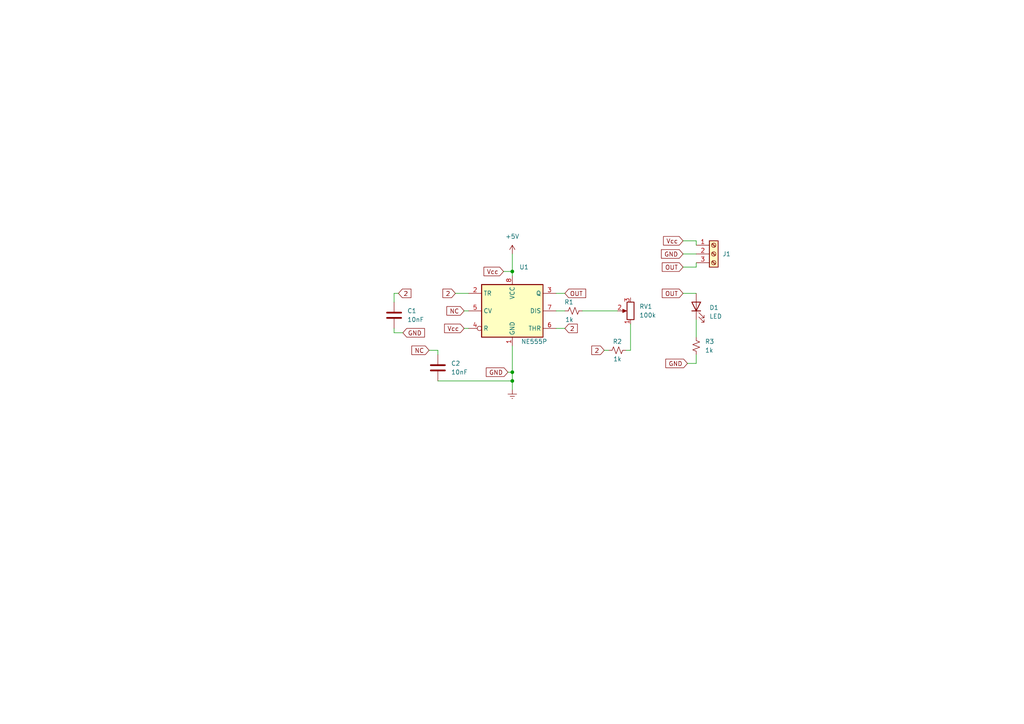
<source format=kicad_sch>
(kicad_sch (version 20211123) (generator eeschema)

  (uuid 931878ce-cd0b-4b80-b048-316a912591c1)

  (paper "A4")

  (lib_symbols
    (symbol "Connector:Screw_Terminal_01x03" (pin_names (offset 1.016) hide) (in_bom yes) (on_board yes)
      (property "Reference" "J" (id 0) (at 0 5.08 0)
        (effects (font (size 1.27 1.27)))
      )
      (property "Value" "Screw_Terminal_01x03" (id 1) (at 0 -5.08 0)
        (effects (font (size 1.27 1.27)))
      )
      (property "Footprint" "" (id 2) (at 0 0 0)
        (effects (font (size 1.27 1.27)) hide)
      )
      (property "Datasheet" "~" (id 3) (at 0 0 0)
        (effects (font (size 1.27 1.27)) hide)
      )
      (property "ki_keywords" "screw terminal" (id 4) (at 0 0 0)
        (effects (font (size 1.27 1.27)) hide)
      )
      (property "ki_description" "Generic screw terminal, single row, 01x03, script generated (kicad-library-utils/schlib/autogen/connector/)" (id 5) (at 0 0 0)
        (effects (font (size 1.27 1.27)) hide)
      )
      (property "ki_fp_filters" "TerminalBlock*:*" (id 6) (at 0 0 0)
        (effects (font (size 1.27 1.27)) hide)
      )
      (symbol "Screw_Terminal_01x03_1_1"
        (rectangle (start -1.27 3.81) (end 1.27 -3.81)
          (stroke (width 0.254) (type default) (color 0 0 0 0))
          (fill (type background))
        )
        (circle (center 0 -2.54) (radius 0.635)
          (stroke (width 0.1524) (type default) (color 0 0 0 0))
          (fill (type none))
        )
        (polyline
          (pts
            (xy -0.5334 -2.2098)
            (xy 0.3302 -3.048)
          )
          (stroke (width 0.1524) (type default) (color 0 0 0 0))
          (fill (type none))
        )
        (polyline
          (pts
            (xy -0.5334 0.3302)
            (xy 0.3302 -0.508)
          )
          (stroke (width 0.1524) (type default) (color 0 0 0 0))
          (fill (type none))
        )
        (polyline
          (pts
            (xy -0.5334 2.8702)
            (xy 0.3302 2.032)
          )
          (stroke (width 0.1524) (type default) (color 0 0 0 0))
          (fill (type none))
        )
        (polyline
          (pts
            (xy -0.3556 -2.032)
            (xy 0.508 -2.8702)
          )
          (stroke (width 0.1524) (type default) (color 0 0 0 0))
          (fill (type none))
        )
        (polyline
          (pts
            (xy -0.3556 0.508)
            (xy 0.508 -0.3302)
          )
          (stroke (width 0.1524) (type default) (color 0 0 0 0))
          (fill (type none))
        )
        (polyline
          (pts
            (xy -0.3556 3.048)
            (xy 0.508 2.2098)
          )
          (stroke (width 0.1524) (type default) (color 0 0 0 0))
          (fill (type none))
        )
        (circle (center 0 0) (radius 0.635)
          (stroke (width 0.1524) (type default) (color 0 0 0 0))
          (fill (type none))
        )
        (circle (center 0 2.54) (radius 0.635)
          (stroke (width 0.1524) (type default) (color 0 0 0 0))
          (fill (type none))
        )
        (pin passive line (at -5.08 2.54 0) (length 3.81)
          (name "Pin_1" (effects (font (size 1.27 1.27))))
          (number "1" (effects (font (size 1.27 1.27))))
        )
        (pin passive line (at -5.08 0 0) (length 3.81)
          (name "Pin_2" (effects (font (size 1.27 1.27))))
          (number "2" (effects (font (size 1.27 1.27))))
        )
        (pin passive line (at -5.08 -2.54 0) (length 3.81)
          (name "Pin_3" (effects (font (size 1.27 1.27))))
          (number "3" (effects (font (size 1.27 1.27))))
        )
      )
    )
    (symbol "Device:C" (pin_numbers hide) (pin_names (offset 0.254)) (in_bom yes) (on_board yes)
      (property "Reference" "C" (id 0) (at 0.635 2.54 0)
        (effects (font (size 1.27 1.27)) (justify left))
      )
      (property "Value" "C" (id 1) (at 0.635 -2.54 0)
        (effects (font (size 1.27 1.27)) (justify left))
      )
      (property "Footprint" "" (id 2) (at 0.9652 -3.81 0)
        (effects (font (size 1.27 1.27)) hide)
      )
      (property "Datasheet" "~" (id 3) (at 0 0 0)
        (effects (font (size 1.27 1.27)) hide)
      )
      (property "ki_keywords" "cap capacitor" (id 4) (at 0 0 0)
        (effects (font (size 1.27 1.27)) hide)
      )
      (property "ki_description" "Unpolarized capacitor" (id 5) (at 0 0 0)
        (effects (font (size 1.27 1.27)) hide)
      )
      (property "ki_fp_filters" "C_*" (id 6) (at 0 0 0)
        (effects (font (size 1.27 1.27)) hide)
      )
      (symbol "C_0_1"
        (polyline
          (pts
            (xy -2.032 -0.762)
            (xy 2.032 -0.762)
          )
          (stroke (width 0.508) (type default) (color 0 0 0 0))
          (fill (type none))
        )
        (polyline
          (pts
            (xy -2.032 0.762)
            (xy 2.032 0.762)
          )
          (stroke (width 0.508) (type default) (color 0 0 0 0))
          (fill (type none))
        )
      )
      (symbol "C_1_1"
        (pin passive line (at 0 3.81 270) (length 2.794)
          (name "~" (effects (font (size 1.27 1.27))))
          (number "1" (effects (font (size 1.27 1.27))))
        )
        (pin passive line (at 0 -3.81 90) (length 2.794)
          (name "~" (effects (font (size 1.27 1.27))))
          (number "2" (effects (font (size 1.27 1.27))))
        )
      )
    )
    (symbol "Device:LED" (pin_numbers hide) (pin_names (offset 1.016) hide) (in_bom yes) (on_board yes)
      (property "Reference" "D" (id 0) (at 0 2.54 0)
        (effects (font (size 1.27 1.27)))
      )
      (property "Value" "LED" (id 1) (at 0 -2.54 0)
        (effects (font (size 1.27 1.27)))
      )
      (property "Footprint" "" (id 2) (at 0 0 0)
        (effects (font (size 1.27 1.27)) hide)
      )
      (property "Datasheet" "~" (id 3) (at 0 0 0)
        (effects (font (size 1.27 1.27)) hide)
      )
      (property "ki_keywords" "LED diode" (id 4) (at 0 0 0)
        (effects (font (size 1.27 1.27)) hide)
      )
      (property "ki_description" "Light emitting diode" (id 5) (at 0 0 0)
        (effects (font (size 1.27 1.27)) hide)
      )
      (property "ki_fp_filters" "LED* LED_SMD:* LED_THT:*" (id 6) (at 0 0 0)
        (effects (font (size 1.27 1.27)) hide)
      )
      (symbol "LED_0_1"
        (polyline
          (pts
            (xy -1.27 -1.27)
            (xy -1.27 1.27)
          )
          (stroke (width 0.254) (type default) (color 0 0 0 0))
          (fill (type none))
        )
        (polyline
          (pts
            (xy -1.27 0)
            (xy 1.27 0)
          )
          (stroke (width 0) (type default) (color 0 0 0 0))
          (fill (type none))
        )
        (polyline
          (pts
            (xy 1.27 -1.27)
            (xy 1.27 1.27)
            (xy -1.27 0)
            (xy 1.27 -1.27)
          )
          (stroke (width 0.254) (type default) (color 0 0 0 0))
          (fill (type none))
        )
        (polyline
          (pts
            (xy -3.048 -0.762)
            (xy -4.572 -2.286)
            (xy -3.81 -2.286)
            (xy -4.572 -2.286)
            (xy -4.572 -1.524)
          )
          (stroke (width 0) (type default) (color 0 0 0 0))
          (fill (type none))
        )
        (polyline
          (pts
            (xy -1.778 -0.762)
            (xy -3.302 -2.286)
            (xy -2.54 -2.286)
            (xy -3.302 -2.286)
            (xy -3.302 -1.524)
          )
          (stroke (width 0) (type default) (color 0 0 0 0))
          (fill (type none))
        )
      )
      (symbol "LED_1_1"
        (pin passive line (at -3.81 0 0) (length 2.54)
          (name "K" (effects (font (size 1.27 1.27))))
          (number "1" (effects (font (size 1.27 1.27))))
        )
        (pin passive line (at 3.81 0 180) (length 2.54)
          (name "A" (effects (font (size 1.27 1.27))))
          (number "2" (effects (font (size 1.27 1.27))))
        )
      )
    )
    (symbol "Device:R_Potentiometer" (pin_names (offset 1.016) hide) (in_bom yes) (on_board yes)
      (property "Reference" "RV" (id 0) (at -4.445 0 90)
        (effects (font (size 1.27 1.27)))
      )
      (property "Value" "R_Potentiometer" (id 1) (at -2.54 0 90)
        (effects (font (size 1.27 1.27)))
      )
      (property "Footprint" "" (id 2) (at 0 0 0)
        (effects (font (size 1.27 1.27)) hide)
      )
      (property "Datasheet" "~" (id 3) (at 0 0 0)
        (effects (font (size 1.27 1.27)) hide)
      )
      (property "ki_keywords" "resistor variable" (id 4) (at 0 0 0)
        (effects (font (size 1.27 1.27)) hide)
      )
      (property "ki_description" "Potentiometer" (id 5) (at 0 0 0)
        (effects (font (size 1.27 1.27)) hide)
      )
      (property "ki_fp_filters" "Potentiometer*" (id 6) (at 0 0 0)
        (effects (font (size 1.27 1.27)) hide)
      )
      (symbol "R_Potentiometer_0_1"
        (polyline
          (pts
            (xy 2.54 0)
            (xy 1.524 0)
          )
          (stroke (width 0) (type default) (color 0 0 0 0))
          (fill (type none))
        )
        (polyline
          (pts
            (xy 1.143 0)
            (xy 2.286 0.508)
            (xy 2.286 -0.508)
            (xy 1.143 0)
          )
          (stroke (width 0) (type default) (color 0 0 0 0))
          (fill (type outline))
        )
        (rectangle (start 1.016 2.54) (end -1.016 -2.54)
          (stroke (width 0.254) (type default) (color 0 0 0 0))
          (fill (type none))
        )
      )
      (symbol "R_Potentiometer_1_1"
        (pin passive line (at 0 3.81 270) (length 1.27)
          (name "1" (effects (font (size 1.27 1.27))))
          (number "1" (effects (font (size 1.27 1.27))))
        )
        (pin passive line (at 3.81 0 180) (length 1.27)
          (name "2" (effects (font (size 1.27 1.27))))
          (number "2" (effects (font (size 1.27 1.27))))
        )
        (pin passive line (at 0 -3.81 90) (length 1.27)
          (name "3" (effects (font (size 1.27 1.27))))
          (number "3" (effects (font (size 1.27 1.27))))
        )
      )
    )
    (symbol "Device:R_Small_US" (pin_numbers hide) (pin_names (offset 0.254) hide) (in_bom yes) (on_board yes)
      (property "Reference" "R" (id 0) (at 0.762 0.508 0)
        (effects (font (size 1.27 1.27)) (justify left))
      )
      (property "Value" "R_Small_US" (id 1) (at 0.762 -1.016 0)
        (effects (font (size 1.27 1.27)) (justify left))
      )
      (property "Footprint" "" (id 2) (at 0 0 0)
        (effects (font (size 1.27 1.27)) hide)
      )
      (property "Datasheet" "~" (id 3) (at 0 0 0)
        (effects (font (size 1.27 1.27)) hide)
      )
      (property "ki_keywords" "r resistor" (id 4) (at 0 0 0)
        (effects (font (size 1.27 1.27)) hide)
      )
      (property "ki_description" "Resistor, small US symbol" (id 5) (at 0 0 0)
        (effects (font (size 1.27 1.27)) hide)
      )
      (property "ki_fp_filters" "R_*" (id 6) (at 0 0 0)
        (effects (font (size 1.27 1.27)) hide)
      )
      (symbol "R_Small_US_1_1"
        (polyline
          (pts
            (xy 0 0)
            (xy 1.016 -0.381)
            (xy 0 -0.762)
            (xy -1.016 -1.143)
            (xy 0 -1.524)
          )
          (stroke (width 0) (type default) (color 0 0 0 0))
          (fill (type none))
        )
        (polyline
          (pts
            (xy 0 1.524)
            (xy 1.016 1.143)
            (xy 0 0.762)
            (xy -1.016 0.381)
            (xy 0 0)
          )
          (stroke (width 0) (type default) (color 0 0 0 0))
          (fill (type none))
        )
        (pin passive line (at 0 2.54 270) (length 1.016)
          (name "~" (effects (font (size 1.27 1.27))))
          (number "1" (effects (font (size 1.27 1.27))))
        )
        (pin passive line (at 0 -2.54 90) (length 1.016)
          (name "~" (effects (font (size 1.27 1.27))))
          (number "2" (effects (font (size 1.27 1.27))))
        )
      )
    )
    (symbol "Timer:NE555P" (in_bom yes) (on_board yes)
      (property "Reference" "U" (id 0) (at -10.16 8.89 0)
        (effects (font (size 1.27 1.27)) (justify left))
      )
      (property "Value" "NE555P" (id 1) (at 2.54 8.89 0)
        (effects (font (size 1.27 1.27)) (justify left))
      )
      (property "Footprint" "Package_DIP:DIP-8_W7.62mm" (id 2) (at 16.51 -10.16 0)
        (effects (font (size 1.27 1.27)) hide)
      )
      (property "Datasheet" "http://www.ti.com/lit/ds/symlink/ne555.pdf" (id 3) (at 21.59 -10.16 0)
        (effects (font (size 1.27 1.27)) hide)
      )
      (property "ki_keywords" "single timer 555" (id 4) (at 0 0 0)
        (effects (font (size 1.27 1.27)) hide)
      )
      (property "ki_description" "Precision Timers, 555 compatible,  PDIP-8" (id 5) (at 0 0 0)
        (effects (font (size 1.27 1.27)) hide)
      )
      (property "ki_fp_filters" "DIP*W7.62mm*" (id 6) (at 0 0 0)
        (effects (font (size 1.27 1.27)) hide)
      )
      (symbol "NE555P_0_0"
        (pin power_in line (at 0 -10.16 90) (length 2.54)
          (name "GND" (effects (font (size 1.27 1.27))))
          (number "1" (effects (font (size 1.27 1.27))))
        )
        (pin power_in line (at 0 10.16 270) (length 2.54)
          (name "VCC" (effects (font (size 1.27 1.27))))
          (number "8" (effects (font (size 1.27 1.27))))
        )
      )
      (symbol "NE555P_0_1"
        (rectangle (start -8.89 -7.62) (end 8.89 7.62)
          (stroke (width 0.254) (type default) (color 0 0 0 0))
          (fill (type background))
        )
        (rectangle (start -8.89 -7.62) (end 8.89 7.62)
          (stroke (width 0.254) (type default) (color 0 0 0 0))
          (fill (type background))
        )
      )
      (symbol "NE555P_1_1"
        (pin input line (at -12.7 5.08 0) (length 3.81)
          (name "TR" (effects (font (size 1.27 1.27))))
          (number "2" (effects (font (size 1.27 1.27))))
        )
        (pin output line (at 12.7 5.08 180) (length 3.81)
          (name "Q" (effects (font (size 1.27 1.27))))
          (number "3" (effects (font (size 1.27 1.27))))
        )
        (pin input inverted (at -12.7 -5.08 0) (length 3.81)
          (name "R" (effects (font (size 1.27 1.27))))
          (number "4" (effects (font (size 1.27 1.27))))
        )
        (pin input line (at -12.7 0 0) (length 3.81)
          (name "CV" (effects (font (size 1.27 1.27))))
          (number "5" (effects (font (size 1.27 1.27))))
        )
        (pin input line (at 12.7 -5.08 180) (length 3.81)
          (name "THR" (effects (font (size 1.27 1.27))))
          (number "6" (effects (font (size 1.27 1.27))))
        )
        (pin input line (at 12.7 0 180) (length 3.81)
          (name "DIS" (effects (font (size 1.27 1.27))))
          (number "7" (effects (font (size 1.27 1.27))))
        )
      )
    )
    (symbol "power:+5V" (power) (pin_names (offset 0)) (in_bom yes) (on_board yes)
      (property "Reference" "#PWR" (id 0) (at 0 -3.81 0)
        (effects (font (size 1.27 1.27)) hide)
      )
      (property "Value" "+5V" (id 1) (at 0 3.556 0)
        (effects (font (size 1.27 1.27)))
      )
      (property "Footprint" "" (id 2) (at 0 0 0)
        (effects (font (size 1.27 1.27)) hide)
      )
      (property "Datasheet" "" (id 3) (at 0 0 0)
        (effects (font (size 1.27 1.27)) hide)
      )
      (property "ki_keywords" "power-flag" (id 4) (at 0 0 0)
        (effects (font (size 1.27 1.27)) hide)
      )
      (property "ki_description" "Power symbol creates a global label with name \"+5V\"" (id 5) (at 0 0 0)
        (effects (font (size 1.27 1.27)) hide)
      )
      (symbol "+5V_0_1"
        (polyline
          (pts
            (xy -0.762 1.27)
            (xy 0 2.54)
          )
          (stroke (width 0) (type default) (color 0 0 0 0))
          (fill (type none))
        )
        (polyline
          (pts
            (xy 0 0)
            (xy 0 2.54)
          )
          (stroke (width 0) (type default) (color 0 0 0 0))
          (fill (type none))
        )
        (polyline
          (pts
            (xy 0 2.54)
            (xy 0.762 1.27)
          )
          (stroke (width 0) (type default) (color 0 0 0 0))
          (fill (type none))
        )
      )
      (symbol "+5V_1_1"
        (pin power_in line (at 0 0 90) (length 0) hide
          (name "+5V" (effects (font (size 1.27 1.27))))
          (number "1" (effects (font (size 1.27 1.27))))
        )
      )
    )
    (symbol "power:Earth" (power) (pin_names (offset 0)) (in_bom yes) (on_board yes)
      (property "Reference" "#PWR" (id 0) (at 0 -6.35 0)
        (effects (font (size 1.27 1.27)) hide)
      )
      (property "Value" "Earth" (id 1) (at 0 -3.81 0)
        (effects (font (size 1.27 1.27)) hide)
      )
      (property "Footprint" "" (id 2) (at 0 0 0)
        (effects (font (size 1.27 1.27)) hide)
      )
      (property "Datasheet" "~" (id 3) (at 0 0 0)
        (effects (font (size 1.27 1.27)) hide)
      )
      (property "ki_keywords" "power-flag ground gnd" (id 4) (at 0 0 0)
        (effects (font (size 1.27 1.27)) hide)
      )
      (property "ki_description" "Power symbol creates a global label with name \"Earth\"" (id 5) (at 0 0 0)
        (effects (font (size 1.27 1.27)) hide)
      )
      (symbol "Earth_0_1"
        (polyline
          (pts
            (xy -0.635 -1.905)
            (xy 0.635 -1.905)
          )
          (stroke (width 0) (type default) (color 0 0 0 0))
          (fill (type none))
        )
        (polyline
          (pts
            (xy -0.127 -2.54)
            (xy 0.127 -2.54)
          )
          (stroke (width 0) (type default) (color 0 0 0 0))
          (fill (type none))
        )
        (polyline
          (pts
            (xy 0 -1.27)
            (xy 0 0)
          )
          (stroke (width 0) (type default) (color 0 0 0 0))
          (fill (type none))
        )
        (polyline
          (pts
            (xy 1.27 -1.27)
            (xy -1.27 -1.27)
          )
          (stroke (width 0) (type default) (color 0 0 0 0))
          (fill (type none))
        )
      )
      (symbol "Earth_1_1"
        (pin power_in line (at 0 0 270) (length 0) hide
          (name "Earth" (effects (font (size 1.27 1.27))))
          (number "1" (effects (font (size 1.27 1.27))))
        )
      )
    )
  )


  (junction (at 148.59 78.74) (diameter 0) (color 0 0 0 0)
    (uuid 44118ebb-f08a-48b1-b918-18d470c487b0)
  )
  (junction (at 148.59 107.95) (diameter 0) (color 0 0 0 0)
    (uuid 4534a86b-e35c-4ccd-859c-7f16933c2f27)
  )
  (junction (at 148.59 110.49) (diameter 0) (color 0 0 0 0)
    (uuid ef16f2a7-aa53-4ba5-95cb-276212da591b)
  )

  (wire (pts (xy 148.59 107.95) (xy 148.59 110.49))
    (stroke (width 0) (type default) (color 0 0 0 0))
    (uuid 088cd097-ad3b-45d5-a8f9-7e6c5b4662d2)
  )
  (wire (pts (xy 124.46 101.6) (xy 127 101.6))
    (stroke (width 0) (type default) (color 0 0 0 0))
    (uuid 1d1e7766-971c-4019-b21e-6e3848db7923)
  )
  (wire (pts (xy 198.12 77.47) (xy 201.93 77.47))
    (stroke (width 0) (type default) (color 0 0 0 0))
    (uuid 1f3e6ca0-dc95-4898-b042-6d0b4fac6975)
  )
  (wire (pts (xy 198.12 73.66) (xy 201.93 73.66))
    (stroke (width 0) (type default) (color 0 0 0 0))
    (uuid 25964c4d-7e69-495a-8e52-3ef4b510e84a)
  )
  (wire (pts (xy 132.08 85.09) (xy 135.89 85.09))
    (stroke (width 0) (type default) (color 0 0 0 0))
    (uuid 36add74e-67fe-499b-b0d5-809381af62a8)
  )
  (wire (pts (xy 175.26 101.6) (xy 176.53 101.6))
    (stroke (width 0) (type default) (color 0 0 0 0))
    (uuid 36d68f58-1ae3-4d3a-9fbb-014223a7599c)
  )
  (wire (pts (xy 115.57 85.09) (xy 114.3 85.09))
    (stroke (width 0) (type default) (color 0 0 0 0))
    (uuid 4a575842-5a67-4317-b432-18760c6d3c97)
  )
  (wire (pts (xy 114.3 96.52) (xy 114.3 95.25))
    (stroke (width 0) (type default) (color 0 0 0 0))
    (uuid 4b174dd1-9ac6-4f7e-ac71-08b27b10952a)
  )
  (wire (pts (xy 114.3 85.09) (xy 114.3 87.63))
    (stroke (width 0) (type default) (color 0 0 0 0))
    (uuid 4b8ab364-5f73-4575-af97-f73dffb1453f)
  )
  (wire (pts (xy 198.12 85.09) (xy 201.93 85.09))
    (stroke (width 0) (type default) (color 0 0 0 0))
    (uuid 4d3096ff-5533-478d-92b7-abf1105d2a0f)
  )
  (wire (pts (xy 201.93 92.71) (xy 201.93 97.79))
    (stroke (width 0) (type default) (color 0 0 0 0))
    (uuid 52e07db7-3164-4c44-9b56-a262449ccbbc)
  )
  (wire (pts (xy 148.59 110.49) (xy 148.59 113.03))
    (stroke (width 0) (type default) (color 0 0 0 0))
    (uuid 5cfab511-db83-4543-859c-ee738ab4ad7a)
  )
  (wire (pts (xy 168.91 90.17) (xy 179.07 90.17))
    (stroke (width 0) (type default) (color 0 0 0 0))
    (uuid 66b07aa9-4165-4612-8dda-3e95ccc95dad)
  )
  (wire (pts (xy 134.62 90.17) (xy 135.89 90.17))
    (stroke (width 0) (type default) (color 0 0 0 0))
    (uuid 6aa24ad5-ccbf-4844-936f-d51dd248985c)
  )
  (wire (pts (xy 147.32 107.95) (xy 148.59 107.95))
    (stroke (width 0) (type default) (color 0 0 0 0))
    (uuid 73e0bc19-1ab9-44b5-addd-023068d6303e)
  )
  (wire (pts (xy 127 101.6) (xy 127 102.87))
    (stroke (width 0) (type default) (color 0 0 0 0))
    (uuid 7fd906d2-eb7a-429b-aba1-a87845698e35)
  )
  (wire (pts (xy 127 110.49) (xy 148.59 110.49))
    (stroke (width 0) (type default) (color 0 0 0 0))
    (uuid 86256c67-c0e7-44eb-ae85-38614d4f184b)
  )
  (wire (pts (xy 182.88 93.98) (xy 182.88 101.6))
    (stroke (width 0) (type default) (color 0 0 0 0))
    (uuid 8c3d4221-8439-4efe-a202-88f76f718dbc)
  )
  (wire (pts (xy 161.29 85.09) (xy 163.83 85.09))
    (stroke (width 0) (type default) (color 0 0 0 0))
    (uuid 94dc635a-f0e2-4ea4-873a-6a7ac386db18)
  )
  (wire (pts (xy 201.93 77.47) (xy 201.93 76.2))
    (stroke (width 0) (type default) (color 0 0 0 0))
    (uuid 9634c4d2-99b0-4203-bb64-4c1cbc5fde7a)
  )
  (wire (pts (xy 198.12 69.85) (xy 201.93 69.85))
    (stroke (width 0) (type default) (color 0 0 0 0))
    (uuid 980a556d-990c-488f-bc81-6c339904957a)
  )
  (wire (pts (xy 148.59 100.33) (xy 148.59 107.95))
    (stroke (width 0) (type default) (color 0 0 0 0))
    (uuid a5ee05e0-8c3e-41e9-9983-642b4e422f79)
  )
  (wire (pts (xy 148.59 78.74) (xy 148.59 80.01))
    (stroke (width 0) (type default) (color 0 0 0 0))
    (uuid b440489a-26e0-4df4-bd9e-bc87061f6a1c)
  )
  (wire (pts (xy 134.62 95.25) (xy 135.89 95.25))
    (stroke (width 0) (type default) (color 0 0 0 0))
    (uuid be7f7863-d18c-4a74-a9eb-c9a702b0fdd0)
  )
  (wire (pts (xy 201.93 105.41) (xy 201.93 102.87))
    (stroke (width 0) (type default) (color 0 0 0 0))
    (uuid bf1a00c8-d19e-4bf8-9642-105c5814a1dc)
  )
  (wire (pts (xy 116.84 96.52) (xy 114.3 96.52))
    (stroke (width 0) (type default) (color 0 0 0 0))
    (uuid c4d5f9ee-4cbe-4642-ba0c-09b742de9b01)
  )
  (wire (pts (xy 182.88 101.6) (xy 181.61 101.6))
    (stroke (width 0) (type default) (color 0 0 0 0))
    (uuid cef6d43e-d911-4ae7-b631-8bed69f50b89)
  )
  (wire (pts (xy 199.39 105.41) (xy 201.93 105.41))
    (stroke (width 0) (type default) (color 0 0 0 0))
    (uuid dc87c389-9349-4b08-b98e-fc05096fb6b1)
  )
  (wire (pts (xy 163.83 90.17) (xy 161.29 90.17))
    (stroke (width 0) (type default) (color 0 0 0 0))
    (uuid dc93acf6-c165-4e25-89f9-40bea2298a0d)
  )
  (wire (pts (xy 201.93 69.85) (xy 201.93 71.12))
    (stroke (width 0) (type default) (color 0 0 0 0))
    (uuid dd5da874-afab-494b-8fde-a4d17f5f89e2)
  )
  (wire (pts (xy 148.59 73.66) (xy 148.59 78.74))
    (stroke (width 0) (type default) (color 0 0 0 0))
    (uuid e03499ea-17fb-47f0-bce2-c35118580c7a)
  )
  (wire (pts (xy 161.29 95.25) (xy 163.83 95.25))
    (stroke (width 0) (type default) (color 0 0 0 0))
    (uuid e2580359-1dd7-42d9-b007-12d2a7ba2560)
  )
  (wire (pts (xy 146.05 78.74) (xy 148.59 78.74))
    (stroke (width 0) (type default) (color 0 0 0 0))
    (uuid ea188839-fec4-4f57-a392-4affae2a78ed)
  )

  (global_label "GND" (shape input) (at 116.84 96.52 0) (fields_autoplaced)
    (effects (font (size 1.27 1.27)) (justify left))
    (uuid 090f506a-786b-47dc-939f-d85e7e9cdad9)
    (property "Intersheet References" "${INTERSHEET_REFS}" (id 0) (at 123.1236 96.4406 0)
      (effects (font (size 1.27 1.27)) (justify left) hide)
    )
  )
  (global_label "NC" (shape input) (at 134.62 90.17 180) (fields_autoplaced)
    (effects (font (size 1.27 1.27)) (justify right))
    (uuid 149b29b4-f35e-4284-8d66-a4ae1091ee68)
    (property "Intersheet References" "${INTERSHEET_REFS}" (id 0) (at 129.6064 90.0906 0)
      (effects (font (size 1.27 1.27)) (justify right) hide)
    )
  )
  (global_label "2" (shape input) (at 115.57 85.09 0) (fields_autoplaced)
    (effects (font (size 1.27 1.27)) (justify left))
    (uuid 2439e0bb-b986-41c5-91d6-7bb264123914)
    (property "Intersheet References" "${INTERSHEET_REFS}" (id 0) (at 119.1926 85.0106 0)
      (effects (font (size 1.27 1.27)) (justify left) hide)
    )
  )
  (global_label "2" (shape input) (at 175.26 101.6 180) (fields_autoplaced)
    (effects (font (size 1.27 1.27)) (justify right))
    (uuid 2bbb0eed-19e7-4efb-b69b-5f04949df624)
    (property "Intersheet References" "${INTERSHEET_REFS}" (id 0) (at 171.6374 101.6794 0)
      (effects (font (size 1.27 1.27)) (justify right) hide)
    )
  )
  (global_label "GND" (shape input) (at 198.12 73.66 180) (fields_autoplaced)
    (effects (font (size 1.27 1.27)) (justify right))
    (uuid 2d27e4a6-3cac-49e9-838e-51ceece35ba0)
    (property "Intersheet References" "${INTERSHEET_REFS}" (id 0) (at 191.8364 73.7394 0)
      (effects (font (size 1.27 1.27)) (justify right) hide)
    )
  )
  (global_label "GND" (shape input) (at 147.32 107.95 180) (fields_autoplaced)
    (effects (font (size 1.27 1.27)) (justify right))
    (uuid 33d28f3c-5748-4b60-a066-faaf30c9a891)
    (property "Intersheet References" "${INTERSHEET_REFS}" (id 0) (at 141.0364 108.0294 0)
      (effects (font (size 1.27 1.27)) (justify right) hide)
    )
  )
  (global_label "2" (shape input) (at 163.83 95.25 0) (fields_autoplaced)
    (effects (font (size 1.27 1.27)) (justify left))
    (uuid 5746d1a0-a748-45ac-bd54-e1272e686a93)
    (property "Intersheet References" "${INTERSHEET_REFS}" (id 0) (at 167.4526 95.1706 0)
      (effects (font (size 1.27 1.27)) (justify left) hide)
    )
  )
  (global_label "Vcc" (shape input) (at 198.12 69.85 180) (fields_autoplaced)
    (effects (font (size 1.27 1.27)) (justify right))
    (uuid 5f02ab46-f0be-4b8c-b5a4-cd8433397552)
    (property "Intersheet References" "${INTERSHEET_REFS}" (id 0) (at 192.4412 69.7706 0)
      (effects (font (size 1.27 1.27)) (justify right) hide)
    )
  )
  (global_label "GND" (shape input) (at 199.39 105.41 180) (fields_autoplaced)
    (effects (font (size 1.27 1.27)) (justify right))
    (uuid 8291c07b-1ae7-48e4-bd95-82f70ffe35b6)
    (property "Intersheet References" "${INTERSHEET_REFS}" (id 0) (at 193.1064 105.4894 0)
      (effects (font (size 1.27 1.27)) (justify right) hide)
    )
  )
  (global_label "OUT" (shape input) (at 198.12 77.47 180) (fields_autoplaced)
    (effects (font (size 1.27 1.27)) (justify right))
    (uuid a5f0c455-f896-46ea-80f4-3c23e59dc302)
    (property "Intersheet References" "${INTERSHEET_REFS}" (id 0) (at 192.0783 77.5494 0)
      (effects (font (size 1.27 1.27)) (justify right) hide)
    )
  )
  (global_label "OUT" (shape input) (at 163.83 85.09 0) (fields_autoplaced)
    (effects (font (size 1.27 1.27)) (justify left))
    (uuid bc4eb112-70ef-4a34-9efd-87c1aa13513c)
    (property "Intersheet References" "${INTERSHEET_REFS}" (id 0) (at 169.8717 85.0106 0)
      (effects (font (size 1.27 1.27)) (justify left) hide)
    )
  )
  (global_label "Vcc" (shape input) (at 146.05 78.74 180) (fields_autoplaced)
    (effects (font (size 1.27 1.27)) (justify right))
    (uuid c379cff2-fab9-4d6d-84f3-4b40e277a3ad)
    (property "Intersheet References" "${INTERSHEET_REFS}" (id 0) (at 140.3712 78.6606 0)
      (effects (font (size 1.27 1.27)) (justify right) hide)
    )
  )
  (global_label "2" (shape input) (at 132.08 85.09 180) (fields_autoplaced)
    (effects (font (size 1.27 1.27)) (justify right))
    (uuid db2a4c82-27cb-48d5-8df7-6436c7748c4e)
    (property "Intersheet References" "${INTERSHEET_REFS}" (id 0) (at 128.4574 85.1694 0)
      (effects (font (size 1.27 1.27)) (justify right) hide)
    )
  )
  (global_label "NC" (shape input) (at 124.46 101.6 180) (fields_autoplaced)
    (effects (font (size 1.27 1.27)) (justify right))
    (uuid dbe433b5-66b5-404a-84c3-e6a190bc154e)
    (property "Intersheet References" "${INTERSHEET_REFS}" (id 0) (at 119.4464 101.5206 0)
      (effects (font (size 1.27 1.27)) (justify right) hide)
    )
  )
  (global_label "Vcc" (shape input) (at 134.62 95.25 180) (fields_autoplaced)
    (effects (font (size 1.27 1.27)) (justify right))
    (uuid e7054d89-3dea-438b-b410-bb84c177b93f)
    (property "Intersheet References" "${INTERSHEET_REFS}" (id 0) (at 128.9412 95.1706 0)
      (effects (font (size 1.27 1.27)) (justify right) hide)
    )
  )
  (global_label "OUT" (shape input) (at 198.12 85.09 180) (fields_autoplaced)
    (effects (font (size 1.27 1.27)) (justify right))
    (uuid f651a087-6fa0-44d6-b5b2-dafb57f4a1c6)
    (property "Intersheet References" "${INTERSHEET_REFS}" (id 0) (at 192.0783 85.1694 0)
      (effects (font (size 1.27 1.27)) (justify right) hide)
    )
  )

  (symbol (lib_id "Device:R_Small_US") (at 201.93 100.33 0) (unit 1)
    (in_bom yes) (on_board yes) (fields_autoplaced)
    (uuid 01a3114c-c9ba-4cee-8a0d-4f352ff36d46)
    (property "Reference" "R3" (id 0) (at 204.47 99.0599 0)
      (effects (font (size 1.27 1.27)) (justify left))
    )
    (property "Value" "1k" (id 1) (at 204.47 101.5999 0)
      (effects (font (size 1.27 1.27)) (justify left))
    )
    (property "Footprint" "Resistor_THT:R_Axial_DIN0309_L9.0mm_D3.2mm_P12.70mm_Horizontal" (id 2) (at 201.93 100.33 0)
      (effects (font (size 1.27 1.27)) hide)
    )
    (property "Datasheet" "~" (id 3) (at 201.93 100.33 0)
      (effects (font (size 1.27 1.27)) hide)
    )
    (pin "1" (uuid 7354b914-a446-450d-994a-55512698eeb3))
    (pin "2" (uuid eba3d5fc-4007-402b-9464-a95a61d1ab6d))
  )

  (symbol (lib_id "Device:LED") (at 201.93 88.9 90) (unit 1)
    (in_bom yes) (on_board yes) (fields_autoplaced)
    (uuid 025ba429-7d1b-489d-9fbc-aa0dc17b38b8)
    (property "Reference" "D1" (id 0) (at 205.74 89.2174 90)
      (effects (font (size 1.27 1.27)) (justify right))
    )
    (property "Value" "LED" (id 1) (at 205.74 91.7574 90)
      (effects (font (size 1.27 1.27)) (justify right))
    )
    (property "Footprint" "LED_THT:LED_D3.0mm_Clear" (id 2) (at 201.93 88.9 0)
      (effects (font (size 1.27 1.27)) hide)
    )
    (property "Datasheet" "~" (id 3) (at 201.93 88.9 0)
      (effects (font (size 1.27 1.27)) hide)
    )
    (pin "1" (uuid fbda2c43-9f13-4214-a35b-a4964d814f98))
    (pin "2" (uuid 0afdaf54-7c70-4b03-82b6-496808b39372))
  )

  (symbol (lib_id "Device:R_Small_US") (at 166.37 90.17 90) (unit 1)
    (in_bom yes) (on_board yes)
    (uuid 106d1afc-8ac3-49f4-991f-bb50ea355cee)
    (property "Reference" "R1" (id 0) (at 166.37 87.63 90)
      (effects (font (size 1.27 1.27)) (justify left))
    )
    (property "Value" "1k" (id 1) (at 166.37 92.71 90)
      (effects (font (size 1.27 1.27)) (justify left))
    )
    (property "Footprint" "Resistor_THT:R_Axial_DIN0309_L9.0mm_D3.2mm_P12.70mm_Horizontal" (id 2) (at 166.37 90.17 0)
      (effects (font (size 1.27 1.27)) hide)
    )
    (property "Datasheet" "~" (id 3) (at 166.37 90.17 0)
      (effects (font (size 1.27 1.27)) hide)
    )
    (pin "1" (uuid 0befb4f7-1fed-4208-a4eb-2588ede99ec2))
    (pin "2" (uuid bfaff01a-0acd-4161-ac23-cce2b75bcf1a))
  )

  (symbol (lib_id "Timer:NE555P") (at 148.59 90.17 0) (unit 1)
    (in_bom yes) (on_board yes)
    (uuid 23b312bb-31ab-4a54-bc0d-2ab8db3c15ed)
    (property "Reference" "U1" (id 0) (at 150.6094 77.47 0)
      (effects (font (size 1.27 1.27)) (justify left))
    )
    (property "Value" "NE555P" (id 1) (at 151.13 99.06 0)
      (effects (font (size 1.27 1.27)) (justify left))
    )
    (property "Footprint" "Package_DIP:DIP-8_W7.62mm" (id 2) (at 165.1 100.33 0)
      (effects (font (size 1.27 1.27)) hide)
    )
    (property "Datasheet" "http://www.ti.com/lit/ds/symlink/ne555.pdf" (id 3) (at 170.18 100.33 0)
      (effects (font (size 1.27 1.27)) hide)
    )
    (pin "1" (uuid 997fb549-164f-4b68-8514-bf66321e4e84))
    (pin "8" (uuid 6a254589-dcf2-4150-a57e-f5cacb029e4b))
    (pin "2" (uuid ac9c8d1a-258c-498c-95fd-ab01fbc36dbc))
    (pin "3" (uuid 55654d33-117f-4a62-a4a8-28445f334684))
    (pin "4" (uuid 441b31df-0e4f-4e7f-9aee-1b5675a23c0b))
    (pin "5" (uuid b995f572-2618-4558-a31c-69068e71ad8d))
    (pin "6" (uuid 1261ac87-c473-476b-a637-e7906d42e927))
    (pin "7" (uuid ae9f4738-4668-4d5b-97a8-d244770d64e4))
  )

  (symbol (lib_id "Device:C") (at 114.3 91.44 0) (unit 1)
    (in_bom yes) (on_board yes) (fields_autoplaced)
    (uuid 37af792d-52f8-4a90-8802-954a5ec86717)
    (property "Reference" "C1" (id 0) (at 118.11 90.1699 0)
      (effects (font (size 1.27 1.27)) (justify left))
    )
    (property "Value" "10nF" (id 1) (at 118.11 92.7099 0)
      (effects (font (size 1.27 1.27)) (justify left))
    )
    (property "Footprint" "Capacitor_THT:C_Disc_D3.8mm_W2.6mm_P2.50mm" (id 2) (at 115.2652 95.25 0)
      (effects (font (size 1.27 1.27)) hide)
    )
    (property "Datasheet" "~" (id 3) (at 114.3 91.44 0)
      (effects (font (size 1.27 1.27)) hide)
    )
    (pin "1" (uuid 4b034c16-2b3b-4590-8f6e-4b145a0f733a))
    (pin "2" (uuid 2a4f5b0d-a654-4a69-a99b-621f019b9f27))
  )

  (symbol (lib_id "power:+5V") (at 148.59 73.66 0) (unit 1)
    (in_bom yes) (on_board yes) (fields_autoplaced)
    (uuid 387c6dd6-5e98-483a-8424-68ba6ce29e80)
    (property "Reference" "#PWR0102" (id 0) (at 148.59 77.47 0)
      (effects (font (size 1.27 1.27)) hide)
    )
    (property "Value" "+5V" (id 1) (at 148.59 68.58 0))
    (property "Footprint" "" (id 2) (at 148.59 73.66 0)
      (effects (font (size 1.27 1.27)) hide)
    )
    (property "Datasheet" "" (id 3) (at 148.59 73.66 0)
      (effects (font (size 1.27 1.27)) hide)
    )
    (pin "1" (uuid 6c788bd8-275a-4745-bafc-157b4a54d25b))
  )

  (symbol (lib_id "Device:R_Small_US") (at 179.07 101.6 90) (unit 1)
    (in_bom yes) (on_board yes)
    (uuid 66a0f868-72f8-4a18-a238-65af47c2070b)
    (property "Reference" "R2" (id 0) (at 179.07 99.06 90))
    (property "Value" "1k" (id 1) (at 179.07 104.14 90))
    (property "Footprint" "Resistor_THT:R_Axial_DIN0309_L9.0mm_D3.2mm_P12.70mm_Horizontal" (id 2) (at 179.07 101.6 0)
      (effects (font (size 1.27 1.27)) hide)
    )
    (property "Datasheet" "~" (id 3) (at 179.07 101.6 0)
      (effects (font (size 1.27 1.27)) hide)
    )
    (pin "1" (uuid 02cc62e2-74eb-423f-b226-d6488eb3cc69))
    (pin "2" (uuid c8a6121a-088f-45e2-88ed-75c6fcf3c796))
  )

  (symbol (lib_id "power:Earth") (at 148.59 113.03 0) (unit 1)
    (in_bom yes) (on_board yes) (fields_autoplaced)
    (uuid 823410b4-6a3f-4852-a9f9-a639cf55c6fd)
    (property "Reference" "#PWR0101" (id 0) (at 148.59 119.38 0)
      (effects (font (size 1.27 1.27)) hide)
    )
    (property "Value" "Earth" (id 1) (at 148.59 116.84 0)
      (effects (font (size 1.27 1.27)) hide)
    )
    (property "Footprint" "" (id 2) (at 148.59 113.03 0)
      (effects (font (size 1.27 1.27)) hide)
    )
    (property "Datasheet" "~" (id 3) (at 148.59 113.03 0)
      (effects (font (size 1.27 1.27)) hide)
    )
    (pin "1" (uuid a9813862-6171-4a0e-8f12-cdfc599e9689))
  )

  (symbol (lib_id "Device:R_Potentiometer") (at 182.88 90.17 180) (unit 1)
    (in_bom yes) (on_board yes) (fields_autoplaced)
    (uuid 88ddaec8-4528-46b6-8c7f-ae9576ab6e54)
    (property "Reference" "RV1" (id 0) (at 185.42 88.8999 0)
      (effects (font (size 1.27 1.27)) (justify right))
    )
    (property "Value" "100k" (id 1) (at 185.42 91.4399 0)
      (effects (font (size 1.27 1.27)) (justify right))
    )
    (property "Footprint" "Potentiometer_THT:Potentiometer_Alps_RK09Y11_Single_Horizontal" (id 2) (at 182.88 90.17 0)
      (effects (font (size 1.27 1.27)) hide)
    )
    (property "Datasheet" "~" (id 3) (at 182.88 90.17 0)
      (effects (font (size 1.27 1.27)) hide)
    )
    (pin "1" (uuid b3cbe480-5c4a-4a29-ab9e-8fc864e9c8aa))
    (pin "2" (uuid d9ae8919-6e59-463d-a289-b99307998522))
    (pin "3" (uuid 88f23a77-ef68-4002-adc1-bfdd7df84d61))
  )

  (symbol (lib_id "Device:C") (at 127 106.68 0) (unit 1)
    (in_bom yes) (on_board yes) (fields_autoplaced)
    (uuid a99d286c-32ec-40cf-865c-7630174151a8)
    (property "Reference" "C2" (id 0) (at 130.81 105.4099 0)
      (effects (font (size 1.27 1.27)) (justify left))
    )
    (property "Value" "10nF" (id 1) (at 130.81 107.9499 0)
      (effects (font (size 1.27 1.27)) (justify left))
    )
    (property "Footprint" "Capacitor_THT:C_Disc_D3.8mm_W2.6mm_P2.50mm" (id 2) (at 127.9652 110.49 0)
      (effects (font (size 1.27 1.27)) hide)
    )
    (property "Datasheet" "~" (id 3) (at 127 106.68 0)
      (effects (font (size 1.27 1.27)) hide)
    )
    (pin "1" (uuid 78f3f798-67bb-4622-b7f8-3878d8e1789d))
    (pin "2" (uuid 192098dc-13bc-4b36-bfb2-5f18e37b1503))
  )

  (symbol (lib_id "Connector:Screw_Terminal_01x03") (at 207.01 73.66 0) (unit 1)
    (in_bom yes) (on_board yes) (fields_autoplaced)
    (uuid b740edad-8119-454b-b419-3293bdac234b)
    (property "Reference" "J1" (id 0) (at 209.55 73.6599 0)
      (effects (font (size 1.27 1.27)) (justify left))
    )
    (property "Value" "Screw_Terminal_01x03" (id 1) (at 209.55 74.9299 0)
      (effects (font (size 1.27 1.27)) (justify left) hide)
    )
    (property "Footprint" "TerminalBlock_4Ucon:TerminalBlock_4Ucon_1x03_P3.50mm_Horizontal" (id 2) (at 207.01 73.66 0)
      (effects (font (size 1.27 1.27)) hide)
    )
    (property "Datasheet" "~" (id 3) (at 207.01 73.66 0)
      (effects (font (size 1.27 1.27)) hide)
    )
    (pin "1" (uuid 91cfa930-2da3-457f-9608-44e5177f74a3))
    (pin "2" (uuid c9bfa0f7-9220-4cd8-bc49-9e4098195b04))
    (pin "3" (uuid 284bc2bf-8b46-4d44-9e12-985ed52dbc84))
  )

  (sheet_instances
    (path "/" (page "1"))
  )

  (symbol_instances
    (path "/823410b4-6a3f-4852-a9f9-a639cf55c6fd"
      (reference "#PWR0101") (unit 1) (value "Earth") (footprint "")
    )
    (path "/387c6dd6-5e98-483a-8424-68ba6ce29e80"
      (reference "#PWR0102") (unit 1) (value "+5V") (footprint "")
    )
    (path "/37af792d-52f8-4a90-8802-954a5ec86717"
      (reference "C1") (unit 1) (value "10nF") (footprint "Capacitor_THT:C_Disc_D3.8mm_W2.6mm_P2.50mm")
    )
    (path "/a99d286c-32ec-40cf-865c-7630174151a8"
      (reference "C2") (unit 1) (value "10nF") (footprint "Capacitor_THT:C_Disc_D3.8mm_W2.6mm_P2.50mm")
    )
    (path "/025ba429-7d1b-489d-9fbc-aa0dc17b38b8"
      (reference "D1") (unit 1) (value "LED") (footprint "LED_THT:LED_D3.0mm_Clear")
    )
    (path "/b740edad-8119-454b-b419-3293bdac234b"
      (reference "J1") (unit 1) (value "Screw_Terminal_01x03") (footprint "TerminalBlock_4Ucon:TerminalBlock_4Ucon_1x03_P3.50mm_Horizontal")
    )
    (path "/106d1afc-8ac3-49f4-991f-bb50ea355cee"
      (reference "R1") (unit 1) (value "1k") (footprint "Resistor_THT:R_Axial_DIN0309_L9.0mm_D3.2mm_P12.70mm_Horizontal")
    )
    (path "/66a0f868-72f8-4a18-a238-65af47c2070b"
      (reference "R2") (unit 1) (value "1k") (footprint "Resistor_THT:R_Axial_DIN0309_L9.0mm_D3.2mm_P12.70mm_Horizontal")
    )
    (path "/01a3114c-c9ba-4cee-8a0d-4f352ff36d46"
      (reference "R3") (unit 1) (value "1k") (footprint "Resistor_THT:R_Axial_DIN0309_L9.0mm_D3.2mm_P12.70mm_Horizontal")
    )
    (path "/88ddaec8-4528-46b6-8c7f-ae9576ab6e54"
      (reference "RV1") (unit 1) (value "100k") (footprint "Potentiometer_THT:Potentiometer_Alps_RK09Y11_Single_Horizontal")
    )
    (path "/23b312bb-31ab-4a54-bc0d-2ab8db3c15ed"
      (reference "U1") (unit 1) (value "NE555P") (footprint "Package_DIP:DIP-8_W7.62mm")
    )
  )
)

</source>
